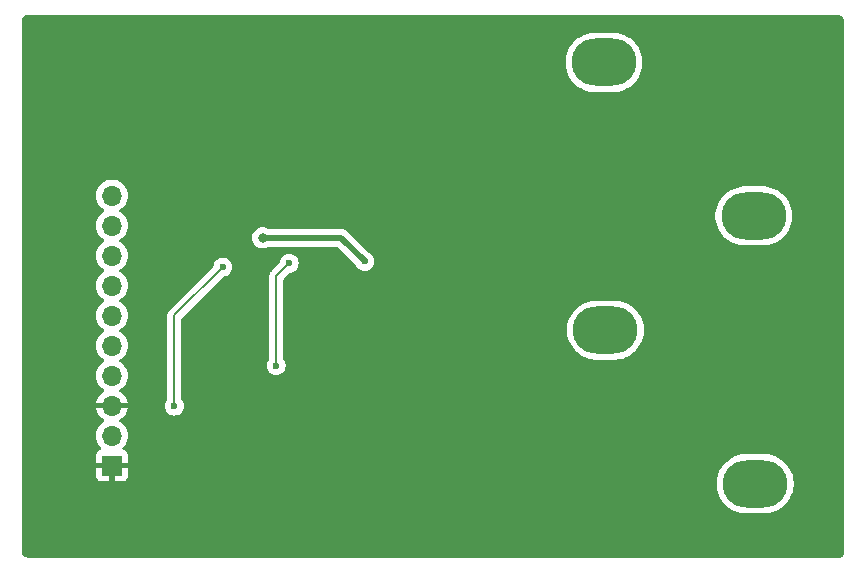
<source format=gbr>
%TF.GenerationSoftware,KiCad,Pcbnew,8.0.7*%
%TF.CreationDate,2025-03-12T19:14:50-04:00*%
%TF.ProjectId,small_hbridge,736d616c-6c5f-4686-9272-696467652e6b,rev?*%
%TF.SameCoordinates,Original*%
%TF.FileFunction,Copper,L2,Bot*%
%TF.FilePolarity,Positive*%
%FSLAX46Y46*%
G04 Gerber Fmt 4.6, Leading zero omitted, Abs format (unit mm)*
G04 Created by KiCad (PCBNEW 8.0.7) date 2025-03-12 19:14:50*
%MOMM*%
%LPD*%
G01*
G04 APERTURE LIST*
%TA.AperFunction,ComponentPad*%
%ADD10O,5.500000X4.000000*%
%TD*%
%TA.AperFunction,ComponentPad*%
%ADD11R,1.700000X1.700000*%
%TD*%
%TA.AperFunction,ComponentPad*%
%ADD12O,1.700000X1.700000*%
%TD*%
%TA.AperFunction,ViaPad*%
%ADD13C,0.600000*%
%TD*%
%TA.AperFunction,ViaPad*%
%ADD14C,0.800000*%
%TD*%
%TA.AperFunction,Conductor*%
%ADD15C,0.500000*%
%TD*%
%TA.AperFunction,Conductor*%
%ADD16C,0.200000*%
%TD*%
G04 APERTURE END LIST*
D10*
%TO.P,J1,1,Pin_1*%
%TO.N,OUTA*%
X195318500Y-89289000D03*
%TO.P,J1,2,Pin_2*%
%TO.N,OUTB*%
X207998500Y-102289000D03*
%TD*%
%TO.P,J2,1,Pin_1*%
%TO.N,12v*%
X195195000Y-66625000D03*
%TO.P,J2,2,Pin_2*%
%TO.N,GNDPWR*%
X207875000Y-79625000D03*
%TD*%
D11*
%TO.P,J4,1,Pin_1*%
%TO.N,GND*%
X153525000Y-100755000D03*
D12*
%TO.P,J4,2,Pin_2*%
%TO.N,unconnected-(J4-Pin_2-Pad2)*%
X153525000Y-98215000D03*
%TO.P,J4,3,Pin_3*%
%TO.N,GND*%
X153525000Y-95675000D03*
%TO.P,J4,4,Pin_4*%
%TO.N,VDD*%
X153525000Y-93135000D03*
%TO.P,J4,5,Pin_5*%
%TO.N,INB*%
X153525000Y-90595000D03*
%TO.P,J4,6,Pin_6*%
%TO.N,ENB*%
X153525000Y-88055000D03*
%TO.P,J4,7,Pin_7*%
%TO.N,CURRSNS*%
X153525000Y-85515000D03*
%TO.P,J4,8,Pin_8*%
%TO.N,PWM*%
X153525000Y-82975000D03*
%TO.P,J4,9,Pin_9*%
%TO.N,ENA*%
X153525000Y-80435000D03*
%TO.P,J4,10,Pin_10*%
%TO.N,INA*%
X153525000Y-77895000D03*
%TD*%
D13*
%TO.N,GND*%
X157568549Y-92025001D03*
X168268549Y-87725001D03*
X163968549Y-93125001D03*
X155968549Y-90125001D03*
%TO.N,OUTA*%
X174943549Y-83475001D03*
D14*
X166293549Y-81475001D03*
D13*
%TO.N,VDD*%
X158818549Y-95725001D03*
X162918549Y-83950001D03*
%TO.N,Net-(U1-CP)*%
X167438218Y-92294670D03*
X168531049Y-83637501D03*
%TD*%
D15*
%TO.N,OUTA*%
X166293549Y-81475001D02*
X172943549Y-81475001D01*
X172943549Y-81475001D02*
X174943549Y-83475001D01*
D16*
%TO.N,VDD*%
X158818549Y-88050001D02*
X162918549Y-83950001D01*
X158818549Y-95725001D02*
X158818549Y-88050001D01*
%TO.N,Net-(U1-CP)*%
X167438218Y-84730332D02*
X167438218Y-92294670D01*
X168531049Y-83637501D02*
X167438218Y-84730332D01*
%TD*%
%TA.AperFunction,Conductor*%
%TO.N,GND*%
G36*
X146466246Y-62576255D02*
G01*
X146466248Y-62576254D01*
X215018398Y-62624788D01*
X215032274Y-62625577D01*
X215122567Y-62635811D01*
X215149622Y-62642003D01*
X215228777Y-62669750D01*
X215253776Y-62681805D01*
X215324770Y-62726458D01*
X215346463Y-62743771D01*
X215405753Y-62803102D01*
X215423051Y-62824807D01*
X215467656Y-62895835D01*
X215479693Y-62920843D01*
X215507382Y-63000010D01*
X215513556Y-63027069D01*
X215523721Y-63117315D01*
X215524500Y-63131194D01*
X215524500Y-108025793D01*
X215524499Y-108025811D01*
X215524499Y-108092327D01*
X215523719Y-108106215D01*
X215513531Y-108196607D01*
X215507346Y-108223692D01*
X215479609Y-108302920D01*
X215467552Y-108327944D01*
X215422871Y-108399016D01*
X215405543Y-108420731D01*
X215346164Y-108480068D01*
X215324438Y-108497380D01*
X215253335Y-108542012D01*
X215228302Y-108554052D01*
X215188676Y-108567893D01*
X215149047Y-108581735D01*
X215121969Y-108587899D01*
X215031625Y-108598017D01*
X215017750Y-108598787D01*
X214960753Y-108598746D01*
X214958754Y-108598745D01*
X214958751Y-108598745D01*
X214958749Y-108598744D01*
X146406599Y-108550210D01*
X146392723Y-108549421D01*
X146302433Y-108539188D01*
X146275377Y-108532996D01*
X146196222Y-108505249D01*
X146171223Y-108493194D01*
X146100229Y-108448541D01*
X146078536Y-108431228D01*
X146019246Y-108371897D01*
X146001948Y-108350192D01*
X145987976Y-108327944D01*
X145957342Y-108279163D01*
X145945306Y-108254156D01*
X145930035Y-108210495D01*
X145917616Y-108174987D01*
X145911443Y-108147929D01*
X145901279Y-108057682D01*
X145900500Y-108043804D01*
X145900500Y-102148568D01*
X204748000Y-102148568D01*
X204748000Y-102429431D01*
X204779442Y-102708494D01*
X204779445Y-102708512D01*
X204841939Y-102982317D01*
X204841943Y-102982329D01*
X204934700Y-103247411D01*
X205056553Y-103500442D01*
X205056555Y-103500445D01*
X205205977Y-103738248D01*
X205381084Y-103957825D01*
X205579675Y-104156416D01*
X205799252Y-104331523D01*
X206037055Y-104480945D01*
X206290092Y-104602801D01*
X206489180Y-104672465D01*
X206555170Y-104695556D01*
X206555182Y-104695560D01*
X206828991Y-104758055D01*
X206828997Y-104758055D01*
X206829005Y-104758057D01*
X207015047Y-104779018D01*
X207108069Y-104789499D01*
X207108072Y-104789500D01*
X207108075Y-104789500D01*
X208888928Y-104789500D01*
X208888929Y-104789499D01*
X209031555Y-104773429D01*
X209167994Y-104758057D01*
X209167999Y-104758056D01*
X209168009Y-104758055D01*
X209441818Y-104695560D01*
X209706908Y-104602801D01*
X209959945Y-104480945D01*
X210197748Y-104331523D01*
X210417325Y-104156416D01*
X210615916Y-103957825D01*
X210791023Y-103738248D01*
X210940445Y-103500445D01*
X211062301Y-103247408D01*
X211155060Y-102982318D01*
X211217555Y-102708509D01*
X211249000Y-102429425D01*
X211249000Y-102148575D01*
X211217555Y-101869491D01*
X211155060Y-101595682D01*
X211062301Y-101330592D01*
X210940445Y-101077555D01*
X210791023Y-100839752D01*
X210615916Y-100620175D01*
X210417325Y-100421584D01*
X210197748Y-100246477D01*
X209959945Y-100097055D01*
X209959942Y-100097053D01*
X209706911Y-99975200D01*
X209441829Y-99882443D01*
X209441817Y-99882439D01*
X209168012Y-99819945D01*
X209167994Y-99819942D01*
X208888931Y-99788500D01*
X208888925Y-99788500D01*
X207108075Y-99788500D01*
X207108068Y-99788500D01*
X206829005Y-99819942D01*
X206828987Y-99819945D01*
X206555182Y-99882439D01*
X206555170Y-99882443D01*
X206290088Y-99975200D01*
X206037057Y-100097053D01*
X205799253Y-100246476D01*
X205579675Y-100421583D01*
X205381083Y-100620175D01*
X205205976Y-100839753D01*
X205056553Y-101077557D01*
X204934700Y-101330588D01*
X204841943Y-101595670D01*
X204841939Y-101595682D01*
X204779445Y-101869487D01*
X204779442Y-101869505D01*
X204748000Y-102148568D01*
X145900500Y-102148568D01*
X145900500Y-77894999D01*
X152169341Y-77894999D01*
X152169341Y-77895000D01*
X152189936Y-78130403D01*
X152189938Y-78130413D01*
X152251094Y-78358655D01*
X152251096Y-78358659D01*
X152251097Y-78358663D01*
X152276694Y-78413555D01*
X152350965Y-78572830D01*
X152350967Y-78572834D01*
X152486501Y-78766395D01*
X152486506Y-78766402D01*
X152653597Y-78933493D01*
X152653603Y-78933498D01*
X152839158Y-79063425D01*
X152882783Y-79118002D01*
X152889977Y-79187500D01*
X152858454Y-79249855D01*
X152839158Y-79266575D01*
X152653597Y-79396505D01*
X152486505Y-79563597D01*
X152350965Y-79757169D01*
X152350964Y-79757171D01*
X152251098Y-79971335D01*
X152251094Y-79971344D01*
X152189938Y-80199586D01*
X152189936Y-80199596D01*
X152169341Y-80434999D01*
X152169341Y-80435000D01*
X152189936Y-80670403D01*
X152189938Y-80670413D01*
X152251094Y-80898655D01*
X152251096Y-80898659D01*
X152251097Y-80898663D01*
X152271672Y-80942786D01*
X152350965Y-81112830D01*
X152350967Y-81112834D01*
X152459281Y-81267521D01*
X152477698Y-81293824D01*
X152486501Y-81306395D01*
X152486506Y-81306402D01*
X152653597Y-81473493D01*
X152653603Y-81473498D01*
X152839158Y-81603425D01*
X152882783Y-81658002D01*
X152889977Y-81727500D01*
X152858454Y-81789855D01*
X152839158Y-81806575D01*
X152653597Y-81936505D01*
X152486505Y-82103597D01*
X152350965Y-82297169D01*
X152350964Y-82297171D01*
X152251098Y-82511335D01*
X152251094Y-82511344D01*
X152189938Y-82739586D01*
X152189936Y-82739596D01*
X152169341Y-82974999D01*
X152169341Y-82975000D01*
X152189936Y-83210403D01*
X152189938Y-83210413D01*
X152251094Y-83438655D01*
X152251096Y-83438659D01*
X152251097Y-83438663D01*
X152300762Y-83545169D01*
X152350965Y-83652830D01*
X152350967Y-83652834D01*
X152486501Y-83846395D01*
X152486506Y-83846402D01*
X152653597Y-84013493D01*
X152653603Y-84013498D01*
X152839158Y-84143425D01*
X152882783Y-84198002D01*
X152889977Y-84267500D01*
X152858454Y-84329855D01*
X152839158Y-84346575D01*
X152653597Y-84476505D01*
X152486505Y-84643597D01*
X152350965Y-84837169D01*
X152350964Y-84837171D01*
X152251098Y-85051335D01*
X152251094Y-85051344D01*
X152189938Y-85279586D01*
X152189936Y-85279596D01*
X152169341Y-85514999D01*
X152169341Y-85515000D01*
X152189936Y-85750403D01*
X152189938Y-85750413D01*
X152251094Y-85978655D01*
X152251096Y-85978659D01*
X152251097Y-85978663D01*
X152350965Y-86192830D01*
X152350967Y-86192834D01*
X152486501Y-86386395D01*
X152486506Y-86386402D01*
X152653597Y-86553493D01*
X152653603Y-86553498D01*
X152839158Y-86683425D01*
X152882783Y-86738002D01*
X152889977Y-86807500D01*
X152858454Y-86869855D01*
X152839158Y-86886575D01*
X152653597Y-87016505D01*
X152486505Y-87183597D01*
X152350965Y-87377169D01*
X152350964Y-87377171D01*
X152251098Y-87591335D01*
X152251094Y-87591344D01*
X152189938Y-87819586D01*
X152189936Y-87819596D01*
X152169341Y-88054999D01*
X152169341Y-88055000D01*
X152189936Y-88290403D01*
X152189938Y-88290413D01*
X152251094Y-88518655D01*
X152251096Y-88518659D01*
X152251097Y-88518663D01*
X152287006Y-88595670D01*
X152350965Y-88732830D01*
X152350967Y-88732834D01*
X152486501Y-88926395D01*
X152486506Y-88926402D01*
X152653597Y-89093493D01*
X152653603Y-89093498D01*
X152839158Y-89223425D01*
X152882783Y-89278002D01*
X152889977Y-89347500D01*
X152858454Y-89409855D01*
X152839158Y-89426575D01*
X152653597Y-89556505D01*
X152486505Y-89723597D01*
X152350965Y-89917169D01*
X152350964Y-89917171D01*
X152251098Y-90131335D01*
X152251094Y-90131344D01*
X152189938Y-90359586D01*
X152189936Y-90359596D01*
X152169341Y-90594999D01*
X152169341Y-90595000D01*
X152189936Y-90830403D01*
X152189938Y-90830413D01*
X152251094Y-91058655D01*
X152251096Y-91058659D01*
X152251097Y-91058663D01*
X152296680Y-91156416D01*
X152350965Y-91272830D01*
X152350967Y-91272834D01*
X152486501Y-91466395D01*
X152486506Y-91466402D01*
X152653597Y-91633493D01*
X152653603Y-91633498D01*
X152839158Y-91763425D01*
X152882783Y-91818002D01*
X152889977Y-91887500D01*
X152858454Y-91949855D01*
X152839158Y-91966575D01*
X152653597Y-92096505D01*
X152486505Y-92263597D01*
X152350965Y-92457169D01*
X152350964Y-92457171D01*
X152251098Y-92671335D01*
X152251094Y-92671344D01*
X152189938Y-92899586D01*
X152189936Y-92899596D01*
X152169341Y-93134999D01*
X152169341Y-93135000D01*
X152189936Y-93370403D01*
X152189938Y-93370413D01*
X152251094Y-93598655D01*
X152251096Y-93598659D01*
X152251097Y-93598663D01*
X152350965Y-93812830D01*
X152350967Y-93812834D01*
X152486501Y-94006395D01*
X152486506Y-94006402D01*
X152653597Y-94173493D01*
X152653603Y-94173498D01*
X152839594Y-94303730D01*
X152883219Y-94358307D01*
X152890413Y-94427805D01*
X152858890Y-94490160D01*
X152839595Y-94506880D01*
X152653922Y-94636890D01*
X152653920Y-94636891D01*
X152486891Y-94803920D01*
X152486886Y-94803926D01*
X152351400Y-94997420D01*
X152351399Y-94997422D01*
X152251570Y-95211507D01*
X152251567Y-95211513D01*
X152194364Y-95424999D01*
X152194364Y-95425000D01*
X153091988Y-95425000D01*
X153059075Y-95482007D01*
X153025000Y-95609174D01*
X153025000Y-95740826D01*
X153059075Y-95867993D01*
X153091988Y-95925000D01*
X152194364Y-95925000D01*
X152251567Y-96138486D01*
X152251570Y-96138492D01*
X152351399Y-96352578D01*
X152486894Y-96546082D01*
X152653917Y-96713105D01*
X152839595Y-96843119D01*
X152883219Y-96897696D01*
X152890412Y-96967195D01*
X152858890Y-97029549D01*
X152839595Y-97046269D01*
X152653594Y-97176508D01*
X152486505Y-97343597D01*
X152350965Y-97537169D01*
X152350964Y-97537171D01*
X152251098Y-97751335D01*
X152251094Y-97751344D01*
X152189938Y-97979586D01*
X152189936Y-97979596D01*
X152169341Y-98214999D01*
X152169341Y-98215000D01*
X152189936Y-98450403D01*
X152189938Y-98450413D01*
X152251094Y-98678655D01*
X152251096Y-98678659D01*
X152251097Y-98678663D01*
X152350965Y-98892830D01*
X152350967Y-98892834D01*
X152459281Y-99047521D01*
X152486501Y-99086396D01*
X152486506Y-99086402D01*
X152608818Y-99208714D01*
X152642303Y-99270037D01*
X152637319Y-99339729D01*
X152595447Y-99395662D01*
X152564471Y-99412577D01*
X152432912Y-99461646D01*
X152432906Y-99461649D01*
X152317812Y-99547809D01*
X152317809Y-99547812D01*
X152231649Y-99662906D01*
X152231645Y-99662913D01*
X152181403Y-99797620D01*
X152181401Y-99797627D01*
X152175000Y-99857155D01*
X152175000Y-100505000D01*
X153091988Y-100505000D01*
X153059075Y-100562007D01*
X153025000Y-100689174D01*
X153025000Y-100820826D01*
X153059075Y-100947993D01*
X153091988Y-101005000D01*
X152175000Y-101005000D01*
X152175000Y-101652844D01*
X152181401Y-101712372D01*
X152181403Y-101712379D01*
X152231645Y-101847086D01*
X152231649Y-101847093D01*
X152317809Y-101962187D01*
X152317812Y-101962190D01*
X152432906Y-102048350D01*
X152432913Y-102048354D01*
X152567620Y-102098596D01*
X152567627Y-102098598D01*
X152627155Y-102104999D01*
X152627172Y-102105000D01*
X153275000Y-102105000D01*
X153275000Y-101188012D01*
X153332007Y-101220925D01*
X153459174Y-101255000D01*
X153590826Y-101255000D01*
X153717993Y-101220925D01*
X153775000Y-101188012D01*
X153775000Y-102105000D01*
X154422828Y-102105000D01*
X154422844Y-102104999D01*
X154482372Y-102098598D01*
X154482379Y-102098596D01*
X154617086Y-102048354D01*
X154617093Y-102048350D01*
X154732187Y-101962190D01*
X154732190Y-101962187D01*
X154818350Y-101847093D01*
X154818354Y-101847086D01*
X154868596Y-101712379D01*
X154868598Y-101712372D01*
X154874999Y-101652844D01*
X154875000Y-101652827D01*
X154875000Y-101005000D01*
X153958012Y-101005000D01*
X153990925Y-100947993D01*
X154025000Y-100820826D01*
X154025000Y-100689174D01*
X153990925Y-100562007D01*
X153958012Y-100505000D01*
X154875000Y-100505000D01*
X154875000Y-99857172D01*
X154874999Y-99857155D01*
X154868598Y-99797627D01*
X154868596Y-99797620D01*
X154818354Y-99662913D01*
X154818350Y-99662906D01*
X154732190Y-99547812D01*
X154732187Y-99547809D01*
X154617093Y-99461649D01*
X154617088Y-99461646D01*
X154485528Y-99412577D01*
X154429595Y-99370705D01*
X154405178Y-99305241D01*
X154420030Y-99236968D01*
X154441175Y-99208720D01*
X154563495Y-99086401D01*
X154699035Y-98892830D01*
X154798903Y-98678663D01*
X154860063Y-98450408D01*
X154880659Y-98215000D01*
X154860063Y-97979592D01*
X154798903Y-97751337D01*
X154699035Y-97537171D01*
X154563495Y-97343599D01*
X154563494Y-97343597D01*
X154396402Y-97176506D01*
X154396401Y-97176505D01*
X154210405Y-97046269D01*
X154166781Y-96991692D01*
X154159588Y-96922193D01*
X154191110Y-96859839D01*
X154210405Y-96843119D01*
X154396082Y-96713105D01*
X154563105Y-96546082D01*
X154698600Y-96352578D01*
X154798429Y-96138492D01*
X154798432Y-96138486D01*
X154855636Y-95925000D01*
X153958012Y-95925000D01*
X153990925Y-95867993D01*
X154025000Y-95740826D01*
X154025000Y-95724997D01*
X158012984Y-95724997D01*
X158012984Y-95725004D01*
X158033179Y-95904250D01*
X158033180Y-95904255D01*
X158092760Y-96074524D01*
X158132954Y-96138492D01*
X158188733Y-96227263D01*
X158316287Y-96354817D01*
X158469027Y-96450790D01*
X158639294Y-96510369D01*
X158639299Y-96510370D01*
X158818545Y-96530566D01*
X158818549Y-96530566D01*
X158818553Y-96530566D01*
X158997798Y-96510370D01*
X158997801Y-96510369D01*
X158997804Y-96510369D01*
X159168071Y-96450790D01*
X159320811Y-96354817D01*
X159448365Y-96227263D01*
X159544338Y-96074523D01*
X159603917Y-95904256D01*
X159624114Y-95725001D01*
X159603917Y-95545746D01*
X159544338Y-95375479D01*
X159448365Y-95222739D01*
X159448363Y-95222737D01*
X159448362Y-95222735D01*
X159446099Y-95219897D01*
X159445208Y-95217716D01*
X159444660Y-95216843D01*
X159444813Y-95216746D01*
X159419693Y-95155210D01*
X159419049Y-95142588D01*
X159419049Y-92294666D01*
X166632653Y-92294666D01*
X166632653Y-92294673D01*
X166652848Y-92473919D01*
X166652849Y-92473924D01*
X166712429Y-92644193D01*
X166808402Y-92796932D01*
X166935956Y-92924486D01*
X167088696Y-93020459D01*
X167258963Y-93080038D01*
X167258968Y-93080039D01*
X167438214Y-93100235D01*
X167438218Y-93100235D01*
X167438222Y-93100235D01*
X167617467Y-93080039D01*
X167617470Y-93080038D01*
X167617473Y-93080038D01*
X167787740Y-93020459D01*
X167940480Y-92924486D01*
X168068034Y-92796932D01*
X168164007Y-92644192D01*
X168223586Y-92473925D01*
X168243783Y-92294670D01*
X168240282Y-92263599D01*
X168223587Y-92115420D01*
X168223586Y-92115415D01*
X168216968Y-92096501D01*
X168164007Y-91945148D01*
X168143177Y-91911998D01*
X168127784Y-91887500D01*
X168068034Y-91792408D01*
X168068032Y-91792406D01*
X168068031Y-91792404D01*
X168065768Y-91789566D01*
X168064877Y-91787385D01*
X168064329Y-91786512D01*
X168064482Y-91786415D01*
X168039362Y-91724879D01*
X168038718Y-91712257D01*
X168038718Y-89148568D01*
X192068000Y-89148568D01*
X192068000Y-89429431D01*
X192099442Y-89708494D01*
X192099445Y-89708512D01*
X192161939Y-89982317D01*
X192161943Y-89982329D01*
X192254700Y-90247411D01*
X192376553Y-90500442D01*
X192376555Y-90500445D01*
X192525977Y-90738248D01*
X192701084Y-90957825D01*
X192899675Y-91156416D01*
X193119252Y-91331523D01*
X193357055Y-91480945D01*
X193610092Y-91602801D01*
X193809180Y-91672465D01*
X193875170Y-91695556D01*
X193875182Y-91695560D01*
X194148991Y-91758055D01*
X194148997Y-91758055D01*
X194149005Y-91758057D01*
X194335047Y-91779018D01*
X194428069Y-91789499D01*
X194428072Y-91789500D01*
X194428075Y-91789500D01*
X196208928Y-91789500D01*
X196208929Y-91789499D01*
X196351555Y-91773429D01*
X196487994Y-91758057D01*
X196487999Y-91758056D01*
X196488009Y-91758055D01*
X196761818Y-91695560D01*
X197026908Y-91602801D01*
X197279945Y-91480945D01*
X197517748Y-91331523D01*
X197737325Y-91156416D01*
X197935916Y-90957825D01*
X198111023Y-90738248D01*
X198260445Y-90500445D01*
X198382301Y-90247408D01*
X198475060Y-89982318D01*
X198537555Y-89708509D01*
X198569000Y-89429425D01*
X198569000Y-89148575D01*
X198558518Y-89055547D01*
X198537557Y-88869505D01*
X198537554Y-88869487D01*
X198475060Y-88595682D01*
X198475056Y-88595670D01*
X198389126Y-88350098D01*
X198382301Y-88330592D01*
X198285249Y-88129061D01*
X198260446Y-88077557D01*
X198260445Y-88077555D01*
X198111023Y-87839752D01*
X197935916Y-87620175D01*
X197737325Y-87421584D01*
X197517748Y-87246477D01*
X197279945Y-87097055D01*
X197279942Y-87097053D01*
X197026911Y-86975200D01*
X196761829Y-86882443D01*
X196761817Y-86882439D01*
X196488012Y-86819945D01*
X196487994Y-86819942D01*
X196208931Y-86788500D01*
X196208925Y-86788500D01*
X194428075Y-86788500D01*
X194428068Y-86788500D01*
X194149005Y-86819942D01*
X194148987Y-86819945D01*
X193875182Y-86882439D01*
X193875170Y-86882443D01*
X193610088Y-86975200D01*
X193357057Y-87097053D01*
X193119253Y-87246476D01*
X192899675Y-87421583D01*
X192701083Y-87620175D01*
X192525976Y-87839753D01*
X192376553Y-88077557D01*
X192254700Y-88330588D01*
X192161943Y-88595670D01*
X192161939Y-88595682D01*
X192099445Y-88869487D01*
X192099442Y-88869505D01*
X192068000Y-89148568D01*
X168038718Y-89148568D01*
X168038718Y-85030428D01*
X168058403Y-84963389D01*
X168075033Y-84942751D01*
X168549584Y-84468199D01*
X168610905Y-84434716D01*
X168623360Y-84432664D01*
X168710304Y-84422869D01*
X168880571Y-84363290D01*
X169033311Y-84267317D01*
X169160865Y-84139763D01*
X169256838Y-83987023D01*
X169316417Y-83816756D01*
X169320214Y-83783060D01*
X169336614Y-83637504D01*
X169336614Y-83637497D01*
X169316418Y-83458251D01*
X169316417Y-83458246D01*
X169268107Y-83320185D01*
X169256838Y-83287979D01*
X169160865Y-83135239D01*
X169033311Y-83007685D01*
X168880572Y-82911712D01*
X168710303Y-82852132D01*
X168710298Y-82852131D01*
X168531053Y-82831936D01*
X168531045Y-82831936D01*
X168351799Y-82852131D01*
X168351794Y-82852132D01*
X168181525Y-82911712D01*
X168028786Y-83007685D01*
X167901233Y-83135238D01*
X167805259Y-83287979D01*
X167745679Y-83458251D01*
X167735886Y-83545169D01*
X167708819Y-83609583D01*
X167700347Y-83618966D01*
X167069504Y-84249810D01*
X166957699Y-84361614D01*
X166957697Y-84361616D01*
X166932840Y-84404670D01*
X166922334Y-84422869D01*
X166878641Y-84498547D01*
X166837717Y-84651275D01*
X166837717Y-84651277D01*
X166837717Y-84819378D01*
X166837718Y-84819391D01*
X166837718Y-91712257D01*
X166818033Y-91779296D01*
X166810668Y-91789566D01*
X166808404Y-91792404D01*
X166712429Y-91945146D01*
X166652849Y-92115415D01*
X166652848Y-92115420D01*
X166632653Y-92294666D01*
X159419049Y-92294666D01*
X159419049Y-88350098D01*
X159438734Y-88283059D01*
X159455368Y-88262417D01*
X161164292Y-86553493D01*
X162937085Y-84780699D01*
X162998406Y-84747216D01*
X163010859Y-84745164D01*
X163097804Y-84735369D01*
X163268071Y-84675790D01*
X163420811Y-84579817D01*
X163548365Y-84452263D01*
X163644338Y-84299523D01*
X163703917Y-84129256D01*
X163716960Y-84013495D01*
X163724114Y-83950004D01*
X163724114Y-83949997D01*
X163703918Y-83770751D01*
X163703917Y-83770746D01*
X163662656Y-83652830D01*
X163644338Y-83600479D01*
X163548365Y-83447739D01*
X163420811Y-83320185D01*
X163381917Y-83295746D01*
X163268072Y-83224212D01*
X163097803Y-83164632D01*
X163097798Y-83164631D01*
X162918553Y-83144436D01*
X162918545Y-83144436D01*
X162739299Y-83164631D01*
X162739294Y-83164632D01*
X162569025Y-83224212D01*
X162416286Y-83320185D01*
X162288733Y-83447738D01*
X162192759Y-83600479D01*
X162133179Y-83770751D01*
X162123386Y-83857668D01*
X162096319Y-83922082D01*
X162087847Y-83931465D01*
X158449835Y-87569479D01*
X158338030Y-87681283D01*
X158338028Y-87681286D01*
X158290757Y-87763164D01*
X158290755Y-87763166D01*
X158258974Y-87818210D01*
X158258973Y-87818211D01*
X158258972Y-87818216D01*
X158218048Y-87970944D01*
X158218048Y-87970946D01*
X158218048Y-88139047D01*
X158218049Y-88139060D01*
X158218049Y-95142588D01*
X158198364Y-95209627D01*
X158190999Y-95219897D01*
X158188735Y-95222735D01*
X158092760Y-95375477D01*
X158033180Y-95545746D01*
X158033179Y-95545751D01*
X158012984Y-95724997D01*
X154025000Y-95724997D01*
X154025000Y-95609174D01*
X153990925Y-95482007D01*
X153958012Y-95425000D01*
X154855636Y-95425000D01*
X154855635Y-95424999D01*
X154798432Y-95211513D01*
X154798429Y-95211507D01*
X154698600Y-94997422D01*
X154698599Y-94997420D01*
X154563113Y-94803926D01*
X154563108Y-94803920D01*
X154396078Y-94636890D01*
X154210405Y-94506879D01*
X154166780Y-94452302D01*
X154159588Y-94382804D01*
X154191110Y-94320449D01*
X154210406Y-94303730D01*
X154396401Y-94173495D01*
X154563495Y-94006401D01*
X154699035Y-93812830D01*
X154798903Y-93598663D01*
X154860063Y-93370408D01*
X154880659Y-93135000D01*
X154860063Y-92899592D01*
X154798903Y-92671337D01*
X154699035Y-92457171D01*
X154585254Y-92294673D01*
X154563494Y-92263597D01*
X154396402Y-92096506D01*
X154396396Y-92096501D01*
X154210842Y-91966575D01*
X154167217Y-91911998D01*
X154160023Y-91842500D01*
X154191546Y-91780145D01*
X154210842Y-91763425D01*
X154307763Y-91695560D01*
X154396401Y-91633495D01*
X154563495Y-91466401D01*
X154699035Y-91272830D01*
X154798903Y-91058663D01*
X154860063Y-90830408D01*
X154880659Y-90595000D01*
X154860063Y-90359592D01*
X154798903Y-90131337D01*
X154699035Y-89917171D01*
X154563495Y-89723599D01*
X154563494Y-89723597D01*
X154396402Y-89556506D01*
X154396396Y-89556501D01*
X154210842Y-89426575D01*
X154167217Y-89371998D01*
X154160023Y-89302500D01*
X154191546Y-89240145D01*
X154210842Y-89223425D01*
X154233026Y-89207891D01*
X154396401Y-89093495D01*
X154563495Y-88926401D01*
X154699035Y-88732830D01*
X154798903Y-88518663D01*
X154860063Y-88290408D01*
X154880659Y-88055000D01*
X154860063Y-87819592D01*
X154798903Y-87591337D01*
X154699035Y-87377171D01*
X154607523Y-87246477D01*
X154563494Y-87183597D01*
X154396402Y-87016506D01*
X154396396Y-87016501D01*
X154210842Y-86886575D01*
X154167217Y-86831998D01*
X154160023Y-86762500D01*
X154191546Y-86700145D01*
X154210842Y-86683425D01*
X154233026Y-86667891D01*
X154396401Y-86553495D01*
X154563495Y-86386401D01*
X154699035Y-86192830D01*
X154798903Y-85978663D01*
X154860063Y-85750408D01*
X154880659Y-85515000D01*
X154860063Y-85279592D01*
X154798903Y-85051337D01*
X154699035Y-84837171D01*
X154686586Y-84819391D01*
X154563494Y-84643597D01*
X154396402Y-84476506D01*
X154396396Y-84476501D01*
X154210842Y-84346575D01*
X154167217Y-84291998D01*
X154160023Y-84222500D01*
X154191546Y-84160145D01*
X154210842Y-84143425D01*
X154265981Y-84104816D01*
X154396401Y-84013495D01*
X154563495Y-83846401D01*
X154699035Y-83652830D01*
X154798903Y-83438663D01*
X154860063Y-83210408D01*
X154880659Y-82975000D01*
X154860063Y-82739592D01*
X154798903Y-82511337D01*
X154699035Y-82297171D01*
X154648852Y-82225501D01*
X154563494Y-82103597D01*
X154396402Y-81936506D01*
X154396396Y-81936501D01*
X154210842Y-81806575D01*
X154167217Y-81751998D01*
X154160023Y-81682500D01*
X154191546Y-81620145D01*
X154210842Y-81603425D01*
X154233026Y-81587891D01*
X154394250Y-81475001D01*
X165388089Y-81475001D01*
X165407875Y-81663257D01*
X165407876Y-81663260D01*
X165466367Y-81843278D01*
X165466370Y-81843285D01*
X165561016Y-82007217D01*
X165647797Y-82103597D01*
X165687678Y-82147889D01*
X165840814Y-82259149D01*
X165840819Y-82259152D01*
X166013741Y-82336143D01*
X166013746Y-82336145D01*
X166198903Y-82375501D01*
X166198904Y-82375501D01*
X166388193Y-82375501D01*
X166388195Y-82375501D01*
X166573352Y-82336145D01*
X166746279Y-82259152D01*
X166748325Y-82257665D01*
X166760001Y-82249183D01*
X166825807Y-82225703D01*
X166832886Y-82225501D01*
X172581319Y-82225501D01*
X172648358Y-82245186D01*
X172669000Y-82261820D01*
X174190241Y-83783060D01*
X174212907Y-83819126D01*
X174214737Y-83818245D01*
X174217758Y-83824519D01*
X174217760Y-83824523D01*
X174313733Y-83977263D01*
X174441287Y-84104817D01*
X174594027Y-84200790D01*
X174656071Y-84222500D01*
X174764294Y-84260369D01*
X174764299Y-84260370D01*
X174943545Y-84280566D01*
X174943549Y-84280566D01*
X174943553Y-84280566D01*
X175122798Y-84260370D01*
X175122801Y-84260369D01*
X175122804Y-84260369D01*
X175293071Y-84200790D01*
X175445811Y-84104817D01*
X175573365Y-83977263D01*
X175669338Y-83824523D01*
X175728917Y-83654256D01*
X175728918Y-83654250D01*
X175749114Y-83475004D01*
X175749114Y-83474997D01*
X175728918Y-83295751D01*
X175728917Y-83295746D01*
X175726199Y-83287979D01*
X175669338Y-83125479D01*
X175573365Y-82972739D01*
X175445811Y-82845185D01*
X175293071Y-82749212D01*
X175293067Y-82749210D01*
X175286793Y-82746189D01*
X175287674Y-82744359D01*
X175251608Y-82721693D01*
X173421970Y-80892053D01*
X173421963Y-80892047D01*
X173338746Y-80836444D01*
X173338745Y-80836444D01*
X173299050Y-80809920D01*
X173299037Y-80809913D01*
X173162466Y-80753344D01*
X173162456Y-80753341D01*
X173017469Y-80724501D01*
X173017467Y-80724501D01*
X166832886Y-80724501D01*
X166765847Y-80704816D01*
X166760001Y-80700819D01*
X166746283Y-80690852D01*
X166746278Y-80690849D01*
X166573356Y-80613858D01*
X166573351Y-80613856D01*
X166427550Y-80582866D01*
X166388195Y-80574501D01*
X166198903Y-80574501D01*
X166166446Y-80581399D01*
X166013746Y-80613856D01*
X166013741Y-80613858D01*
X165840819Y-80690849D01*
X165840814Y-80690852D01*
X165687678Y-80802112D01*
X165561015Y-80942786D01*
X165466370Y-81106716D01*
X165466367Y-81106723D01*
X165407876Y-81286741D01*
X165407875Y-81286745D01*
X165388089Y-81475001D01*
X154394250Y-81475001D01*
X154396401Y-81473495D01*
X154563495Y-81306401D01*
X154699035Y-81112830D01*
X154798903Y-80898663D01*
X154860063Y-80670408D01*
X154880659Y-80435000D01*
X154860063Y-80199592D01*
X154798903Y-79971337D01*
X154699035Y-79757171D01*
X154563495Y-79563599D01*
X154563494Y-79563597D01*
X154484465Y-79484568D01*
X204624500Y-79484568D01*
X204624500Y-79765431D01*
X204655942Y-80044494D01*
X204655945Y-80044512D01*
X204718439Y-80318317D01*
X204718443Y-80318329D01*
X204811200Y-80583411D01*
X204933053Y-80836442D01*
X204933055Y-80836445D01*
X205082477Y-81074248D01*
X205257584Y-81293825D01*
X205456175Y-81492416D01*
X205675752Y-81667523D01*
X205913555Y-81816945D01*
X206166592Y-81938801D01*
X206362108Y-82007215D01*
X206431670Y-82031556D01*
X206431682Y-82031560D01*
X206705491Y-82094055D01*
X206705497Y-82094055D01*
X206705505Y-82094057D01*
X206891547Y-82115018D01*
X206984569Y-82125499D01*
X206984572Y-82125500D01*
X206984575Y-82125500D01*
X208765428Y-82125500D01*
X208765429Y-82125499D01*
X208908055Y-82109429D01*
X209044494Y-82094057D01*
X209044499Y-82094056D01*
X209044509Y-82094055D01*
X209318318Y-82031560D01*
X209583408Y-81938801D01*
X209836445Y-81816945D01*
X210074248Y-81667523D01*
X210293825Y-81492416D01*
X210492416Y-81293825D01*
X210667523Y-81074248D01*
X210816945Y-80836445D01*
X210938801Y-80583408D01*
X211031560Y-80318318D01*
X211094055Y-80044509D01*
X211102300Y-79971337D01*
X211125499Y-79765431D01*
X211125500Y-79765427D01*
X211125500Y-79484572D01*
X211125499Y-79484568D01*
X211094057Y-79205505D01*
X211094054Y-79205487D01*
X211031560Y-78931682D01*
X211031556Y-78931670D01*
X210973726Y-78766402D01*
X210938801Y-78666592D01*
X210816945Y-78413555D01*
X210667523Y-78175752D01*
X210492416Y-77956175D01*
X210293825Y-77757584D01*
X210074248Y-77582477D01*
X209836445Y-77433055D01*
X209836442Y-77433053D01*
X209583411Y-77311200D01*
X209318329Y-77218443D01*
X209318317Y-77218439D01*
X209044512Y-77155945D01*
X209044494Y-77155942D01*
X208765431Y-77124500D01*
X208765425Y-77124500D01*
X206984575Y-77124500D01*
X206984568Y-77124500D01*
X206705505Y-77155942D01*
X206705487Y-77155945D01*
X206431682Y-77218439D01*
X206431670Y-77218443D01*
X206166588Y-77311200D01*
X205913557Y-77433053D01*
X205675753Y-77582476D01*
X205456175Y-77757583D01*
X205257583Y-77956175D01*
X205082476Y-78175753D01*
X204933053Y-78413557D01*
X204811200Y-78666588D01*
X204718443Y-78931670D01*
X204718439Y-78931682D01*
X204655945Y-79205487D01*
X204655942Y-79205505D01*
X204624500Y-79484568D01*
X154484465Y-79484568D01*
X154396402Y-79396506D01*
X154396396Y-79396501D01*
X154210842Y-79266575D01*
X154167217Y-79211998D01*
X154160023Y-79142500D01*
X154191546Y-79080145D01*
X154210842Y-79063425D01*
X154233026Y-79047891D01*
X154396401Y-78933495D01*
X154563495Y-78766401D01*
X154699035Y-78572830D01*
X154798903Y-78358663D01*
X154860063Y-78130408D01*
X154880659Y-77895000D01*
X154860063Y-77659592D01*
X154798903Y-77431337D01*
X154699035Y-77217171D01*
X154656165Y-77155945D01*
X154563494Y-77023597D01*
X154396402Y-76856506D01*
X154396395Y-76856501D01*
X154202834Y-76720967D01*
X154202830Y-76720965D01*
X154202828Y-76720964D01*
X153988663Y-76621097D01*
X153988659Y-76621096D01*
X153988655Y-76621094D01*
X153760413Y-76559938D01*
X153760403Y-76559936D01*
X153525001Y-76539341D01*
X153524999Y-76539341D01*
X153289596Y-76559936D01*
X153289586Y-76559938D01*
X153061344Y-76621094D01*
X153061335Y-76621098D01*
X152847171Y-76720964D01*
X152847169Y-76720965D01*
X152653597Y-76856505D01*
X152486505Y-77023597D01*
X152350965Y-77217169D01*
X152350964Y-77217171D01*
X152251098Y-77431335D01*
X152251094Y-77431344D01*
X152189938Y-77659586D01*
X152189936Y-77659596D01*
X152169341Y-77894999D01*
X145900500Y-77894999D01*
X145900500Y-66484568D01*
X191944500Y-66484568D01*
X191944500Y-66765431D01*
X191975942Y-67044494D01*
X191975945Y-67044512D01*
X192038439Y-67318317D01*
X192038443Y-67318329D01*
X192131200Y-67583411D01*
X192253053Y-67836442D01*
X192253055Y-67836445D01*
X192402477Y-68074248D01*
X192577584Y-68293825D01*
X192776175Y-68492416D01*
X192995752Y-68667523D01*
X193233555Y-68816945D01*
X193486592Y-68938801D01*
X193685680Y-69008465D01*
X193751670Y-69031556D01*
X193751682Y-69031560D01*
X194025491Y-69094055D01*
X194025497Y-69094055D01*
X194025505Y-69094057D01*
X194211547Y-69115018D01*
X194304569Y-69125499D01*
X194304572Y-69125500D01*
X194304575Y-69125500D01*
X196085428Y-69125500D01*
X196085429Y-69125499D01*
X196228055Y-69109429D01*
X196364494Y-69094057D01*
X196364499Y-69094056D01*
X196364509Y-69094055D01*
X196638318Y-69031560D01*
X196903408Y-68938801D01*
X197156445Y-68816945D01*
X197394248Y-68667523D01*
X197613825Y-68492416D01*
X197812416Y-68293825D01*
X197987523Y-68074248D01*
X198136945Y-67836445D01*
X198258801Y-67583408D01*
X198351560Y-67318318D01*
X198414055Y-67044509D01*
X198445500Y-66765425D01*
X198445500Y-66484575D01*
X198414055Y-66205491D01*
X198351560Y-65931682D01*
X198258801Y-65666592D01*
X198136945Y-65413555D01*
X197987523Y-65175752D01*
X197812416Y-64956175D01*
X197613825Y-64757584D01*
X197394248Y-64582477D01*
X197156445Y-64433055D01*
X197156442Y-64433053D01*
X196903411Y-64311200D01*
X196638329Y-64218443D01*
X196638317Y-64218439D01*
X196364512Y-64155945D01*
X196364494Y-64155942D01*
X196085431Y-64124500D01*
X196085425Y-64124500D01*
X194304575Y-64124500D01*
X194304568Y-64124500D01*
X194025505Y-64155942D01*
X194025487Y-64155945D01*
X193751682Y-64218439D01*
X193751670Y-64218443D01*
X193486588Y-64311200D01*
X193233557Y-64433053D01*
X192995753Y-64582476D01*
X192776175Y-64757583D01*
X192577583Y-64956175D01*
X192402476Y-65175753D01*
X192253053Y-65413557D01*
X192131200Y-65666588D01*
X192038443Y-65931670D01*
X192038439Y-65931682D01*
X191975945Y-66205487D01*
X191975942Y-66205505D01*
X191944500Y-66484568D01*
X145900500Y-66484568D01*
X145900500Y-63141599D01*
X145900501Y-63141596D01*
X145900500Y-63082672D01*
X145901280Y-63068784D01*
X145905982Y-63027069D01*
X145911469Y-62978385D01*
X145917650Y-62951318D01*
X145945392Y-62872073D01*
X145957445Y-62847058D01*
X146002132Y-62775977D01*
X146019452Y-62754272D01*
X146078839Y-62694927D01*
X146100556Y-62677622D01*
X146171669Y-62632984D01*
X146196692Y-62620949D01*
X146275958Y-62593262D01*
X146303029Y-62587100D01*
X146393363Y-62576982D01*
X146407228Y-62576212D01*
X146466246Y-62576255D01*
G37*
%TD.AperFunction*%
%TD*%
M02*

</source>
